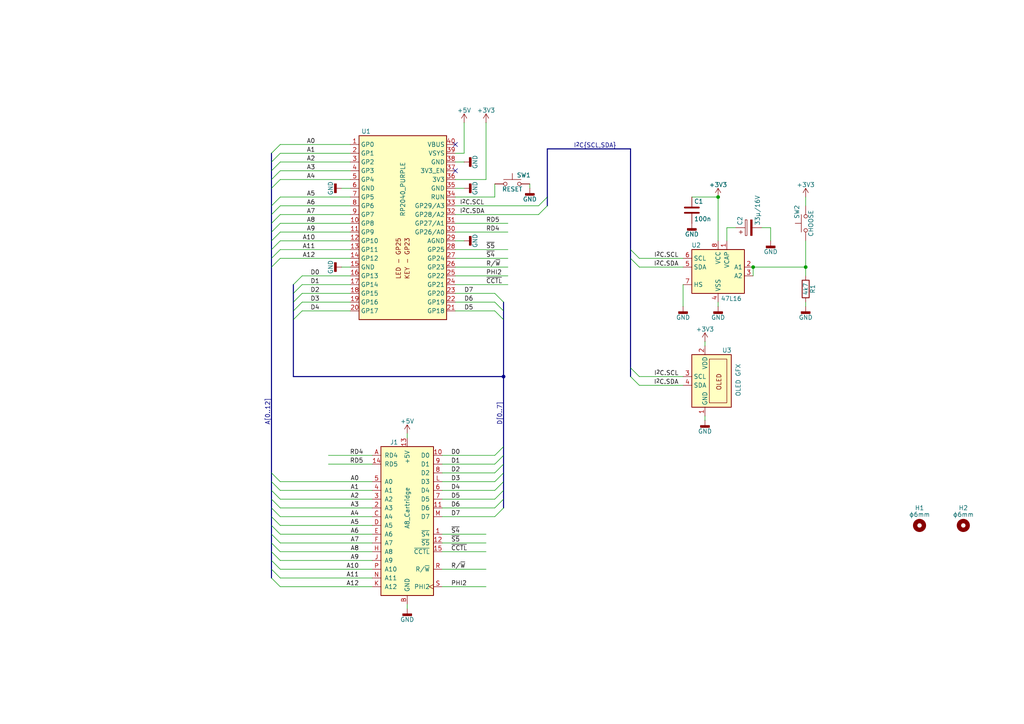
<source format=kicad_sch>
(kicad_sch (version 20231120) (generator "eeschema") (generator_version "8.0")
  (paper "A4")
  (title_block (title "A8PicoCart+") (date "2025-01-05") (rev "v1.0"))
  (lib_symbols
    (symbol "Atari:A8_Cartridge" (pin_names (offset 1.016))
      (property "Reference" "J" (at -3.81 24.13 0))
      (property "Value" "A8_Cartridge" (at 0 5.08 90))
      (symbol "A8_Cartridge_1_1"
        (rectangle (start -7.62 22.86) (end 7.62 -20.32) (stroke (width 0.254)) (fill (type background)))
        (pin output line (at 10.16 -2.54 180) (length 2.54) (name "~{S4}") (number "1"))
        (pin bidirectional line (at 10.16 20.32 180) (length 2.54) (name "D0") (number "10"))
        (pin bidirectional line (at 10.16 5.08 180) (length 2.54) (name "D6") (number "11"))
        (pin output line (at 10.16 -5.08 180) (length 2.54) (name "~{S5}") (number "12"))
        (pin passive line (at 0 25.4 270) (length 2.54) (name "+5V") (number "13"))
        (pin input line (at -10.16 17.78 0) (length 2.54) (name "RD5") (number "14"))
        (pin output line (at 10.16 -7.62 180) (length 2.54) (name "~{CCTL}") (number "15"))
        (pin output line (at -10.16 5.08 0) (length 2.54) (name "A3") (number "2"))
        (pin output line (at -10.16 7.62 0) (length 2.54) (name "A2") (number "3"))
        (pin output line (at -10.16 10.16 0) (length 2.54) (name "A1") (number "4"))
        (pin output line (at -10.16 12.7 0) (length 2.54) (name "A0") (number "5"))
        (pin bidirectional line (at 10.16 10.16 180) (length 2.54) (name "D4") (number "6"))
        (pin bidirectional line (at 10.16 7.62 180) (length 2.54) (name "D5") (number "7"))
        (pin bidirectional line (at 10.16 15.24 180) (length 2.54) (name "D2") (number "8"))
        (pin bidirectional line (at 10.16 17.78 180) (length 2.54) (name "D1") (number "9"))
        (pin input line (at -10.16 20.32 0) (length 2.54) (name "RD4") (number "A"))
        (pin passive line (at 0 -22.86 90) (length 2.54) (name "GND") (number "B"))
        (pin output line (at -10.16 2.54 0) (length 2.54) (name "A4") (number "C"))
        (pin output line (at -10.16 0 0) (length 2.54) (name "A5") (number "D"))
        (pin output line (at -10.16 -2.54 0) (length 2.54) (name "A6") (number "E"))
        (pin output line (at -10.16 -5.08 0) (length 2.54) (name "A7") (number "F"))
        (pin output line (at -10.16 -7.62 0) (length 2.54) (name "A8") (number "H"))
        (pin output line (at -10.16 -10.16 0) (length 2.54) (name "A9") (number "J"))
        (pin output line (at -10.16 -17.78 0) (length 2.54) (name "A12") (number "K"))
        (pin bidirectional line (at 10.16 12.7 180) (length 2.54) (name "D3") (number "L"))
        (pin bidirectional line (at 10.16 2.54 180) (length 2.54) (name "D7") (number "M"))
        (pin output line (at -10.16 -15.24 0) (length 2.54) (name "A11") (number "N"))
        (pin output line (at -10.16 -12.7 0) (length 2.54) (name "A10") (number "P"))
        (pin output line (at 10.16 -12.7 180) (length 2.54) (name "R/~{W}") (number "R"))
        (pin output clock (at 10.16 -17.78 180) (length 2.54) (name "PHI2") (number "S"))
      )
    )
    (symbol "Device:C" (pin_numbers hide) (pin_names (offset 0.254))
      (property "Reference" "C" (at 0.635 2.54 0))
      (property "Value" "C" (at 0.635 -2.54 0))
      (symbol "C_0_1"
        (polyline (pts (xy -2.032 -0.762) (xy 2.032 -0.762)) (stroke (width 0.508)))
        (polyline (pts (xy -2.032 0.762) (xy 2.032 0.762)) (stroke (width 0.508)))
      )
      (symbol "C_1_1"
        (pin passive line (at 0 3.81 270) (length 2.794) (name "~") (number "1"))
        (pin passive line (at 0 -3.81 90) (length 2.794) (name "~") (number "2"))
      )
    )
    (symbol "Device:C_Polarized" (pin_numbers hide) (pin_names (offset 0.254))
      (property "Reference" "C" (at 0.635 2.54 0))
      (property "Value" "C_Polarized" (at 0.635 -2.54 0))
      (symbol "C_Polarized_0_1"
        (rectangle (start -2.286 0.508) (end 2.286 1.016))
        (polyline (pts (xy -1.778 2.286) (xy -0.762 2.286)))
        (polyline (pts (xy -1.27 2.794) (xy -1.27 1.778)))
        (rectangle (start 2.286 -0.508) (end -2.286 -1.016) (fill (type outline)))
      )
      (symbol "C_Polarized_1_1"
        (pin passive line (at 0 3.81 270) (length 2.794) (name "~") (number "1"))
        (pin passive line (at 0 -3.81 90) (length 2.794) (name "~") (number "2"))
      )
    )
    (symbol "Device:R" (pin_numbers hide) (pin_names (offset 0))
      (property "Reference" "R" (at 2.032 0 90))
      (property "Value" "R" (at 0 0 90))
      (symbol "R_0_1"
        (rectangle (start -1.016 -2.54) (end 1.016 2.54) (stroke (width 0.254)))
      )
      (symbol "R_1_1"
        (pin passive line (at 0 3.81 270) (length 1.27) (name "~") (number "1"))
        (pin passive line (at 0 -3.81 90) (length 1.27) (name "~") (number "2"))
      )
    )
    (symbol "Mechanical:MountingHole" (pin_names (offset 1.016)) (exclude_from_sim yes) (in_bom no)
      (property "Reference" "H" (at 0 5.08 0))
      (property "Value" "MountingHole" (at 0 3.175 0))
      (symbol "MountingHole_0_1"
        (circle (center 0 0) (radius 1.27) (stroke (width 1.27)))
      )
    )
    (symbol "Memory_NVRAM:47L16"
      (property "Reference" "U" (at -6.35 6.35 0))
      (property "Value" "47L16" (at 7.62 6.35 0))
      (symbol "47L16_1_1"
        (rectangle (start -7.62 5.08) (end 7.62 -7.62) (stroke (width 0.254)) (fill (type background)))
        (pin power_in line (at 2.54 7.62 270) (length 2.54) (name "VCAP") (number "1"))
        (pin input line (at 10.16 0 180) (length 2.54) (name "A1") (number "2"))
        (pin input line (at 10.16 -2.54 180) (length 2.54) (name "A2") (number "3"))
        (pin power_in line (at 0 -10.16 90) (length 2.54) (name "VSS") (number "4"))
        (pin bidirectional line (at -10.16 0 0) (length 2.54) (name "SDA") (number "5"))
        (pin input line (at -10.16 2.54 0) (length 2.54) (name "SCL") (number "6"))
        (pin input line (at -10.16 -5.08 0) (length 2.54) (name "HS") (number "7"))
        (pin power_in line (at 0 7.62 270) (length 2.54) (name "VCC") (number "8"))
      )
    )
    (symbol "Switch:SW_Push" (pin_numbers hide) (pin_names (offset 1.016) hide)
      (property "Reference" "SW" (at 1.27 2.54 0))
      (property "Value" "SW_Push" (at 0 -1.524 0))
      (symbol "SW_Push_0_1"
        (circle (center -2.032 0) (radius 0.508))
        (polyline (pts (xy 0 1.27) (xy 0 3.048)))
        (polyline (pts (xy 2.54 1.27) (xy -2.54 1.27)))
        (circle (center 2.032 0) (radius 0.508))
        (pin passive line (at -5.08 0 0) (length 2.54) (name "1") (number "1"))
        (pin passive line (at 5.08 0 180) (length 2.54) (name "2") (number "2"))
      )
    )
    (symbol "attila:OLED_I2C"
      (property "Reference" "U" (at -6.35 8.89 0))
      (symbol "OLED_I2C_1_1"
        (rectangle (start -7.62 7.62) (end 3.81 -7.62) (stroke (width 0.254)) (fill (type background)))
        (rectangle (start -6.35 6.35) (end -1.27 -6.35))
        (polyline (pts (xy -1.27 5.08) (xy -1.27 5.08)) (fill (type color) (color 255 255 0 1)))
        (text "OLED" (at -4.064 -0.254 900) (effects (font (size 1.27 1.27))))
        (pin passive line (at 0 -10.16 90) (length 2.54) (name "GND") (number "1"))
        (pin passive line (at 0 10.16 270) (length 2.54) (name "VDD") (number "2"))
        (pin passive line (at 6.35 1.27 180) (length 2.54) (name "SCL") (number "3"))
        (pin passive line (at 6.35 -1.27 180) (length 2.54) (name "SDA") (number "4"))
      )
    )
    (symbol "attila:RP2040_purple_nodbg"
      (property "Reference" "U" (at -10.668 27.94 0))
      (property "Value" "RP2040_PURPLE" (at 0 11.176 90))
      (symbol "RP2040_purple_nodbg_0_0"
        (text "KEY - GP23" (at 1.27 -8.89 900) (effects (font (size 1.27 1.27))))
        (text "LED - GP25" (at -1.27 -8.89 900) (effects (font (size 1.27 1.27))))
      )
      (symbol "RP2040_purple_nodbg_1_1"
        (rectangle (start -12.7 26.67) (end 12.7 -26.67) (stroke (width 0.254)) (fill (type background)))
        (pin passive line (at -15.24 24.13 0) (length 2.54) (name "GP0") (number "1"))
        (pin passive line (at -15.24 1.27 0) (length 2.54) (name "GP8") (number "10"))
        (pin passive line (at -15.24 -1.27 0) (length 2.54) (name "GP9") (number "11"))
        (pin passive line (at -15.24 -3.81 0) (length 2.54) (name "GP10") (number "12"))
        (pin passive line (at -15.24 -6.35 0) (length 2.54) (name "GP11") (number "13"))
        (pin passive line (at -15.24 -8.89 0) (length 2.54) (name "GP12") (number "14"))
        (pin passive line (at -15.24 -11.43 0) (length 2.54) (name "GND") (number "15"))
        (pin passive line (at -15.24 -13.97 0) (length 2.54) (name "GP13") (number "16"))
        (pin passive line (at -15.24 -16.51 0) (length 2.54) (name "GP14") (number "17"))
        (pin passive line (at -15.24 -19.05 0) (length 2.54) (name "GP15") (number "18"))
        (pin passive line (at -15.24 -21.59 0) (length 2.54) (name "GP16") (number "19"))
        (pin passive line (at -15.24 21.59 0) (length 2.54) (name "GP1") (number "2"))
        (pin passive line (at -15.24 -24.13 0) (length 2.54) (name "GP17") (number "20"))
        (pin passive line (at 15.24 -24.13 180) (length 2.54) (name "GP18") (number "21"))
        (pin passive line (at 15.24 -21.59 180) (length 2.54) (name "GP19") (number "22"))
        (pin passive line (at 15.24 -19.05 180) (length 2.54) (name "GP20") (number "23"))
        (pin passive line (at 15.24 -16.51 180) (length 2.54) (name "GP21") (number "24"))
        (pin passive line (at 15.24 -13.97 180) (length 2.54) (name "GP22") (number "25"))
        (pin passive line (at 15.24 -11.43 180) (length 2.54) (name "GP23") (number "26"))
        (pin passive line (at 15.24 -8.89 180) (length 2.54) (name "GP24") (number "27"))
        (pin passive line (at 15.24 -6.35 180) (length 2.54) (name "GP25") (number "28"))
        (pin passive line (at 15.24 -3.81 180) (length 2.54) (name "AGND") (number "29"))
        (pin passive line (at -15.24 19.05 0) (length 2.54) (name "GP2") (number "3"))
        (pin passive line (at 15.24 -1.27 180) (length 2.54) (name "GP26/A0") (number "30"))
        (pin passive line (at 15.24 1.27 180) (length 2.54) (name "GP27/A1") (number "31"))
        (pin passive line (at 15.24 3.81 180) (length 2.54) (name "GP28/A2") (number "32"))
        (pin passive line (at 15.24 6.35 180) (length 2.54) (name "GP29/A3") (number "33"))
        (pin passive line (at 15.24 8.89 180) (length 2.54) (name "RUN") (number "34"))
        (pin passive line (at 15.24 11.43 180) (length 2.54) (name "GND") (number "35"))
        (pin passive line (at 15.24 13.97 180) (length 2.54) (name "3V3") (number "36"))
        (pin passive line (at 15.24 16.51 180) (length 2.54) (name "3V3_EN") (number "37"))
        (pin passive line (at 15.24 19.05 180) (length 2.54) (name "GND") (number "38"))
        (pin passive line (at 15.24 21.59 180) (length 2.54) (name "VSYS") (number "39"))
        (pin passive line (at -15.24 16.51 0) (length 2.54) (name "GP3") (number "4"))
        (pin passive line (at 15.24 24.13 180) (length 2.54) (name "VBUS") (number "40"))
        (pin passive line (at -15.24 13.97 0) (length 2.54) (name "GP4") (number "5"))
        (pin passive line (at -15.24 11.43 0) (length 2.54) (name "GND") (number "6"))
        (pin passive line (at -15.24 8.89 0) (length 2.54) (name "GP5") (number "7"))
        (pin passive line (at -15.24 6.35 0) (length 2.54) (name "GP6") (number "8"))
        (pin passive line (at -15.24 3.81 0) (length 2.54) (name "GP7") (number "9"))
      )
    )
    (symbol "power:+3V3" (power) (pin_numbers hide) (pin_names (offset 0) hide)
      (property "Value" "+3V3" (at 0 3.556 0))
      (symbol "+3V3_0_1"
        (polyline (pts (xy -0.762 1.27) (xy 0 2.54)))
        (polyline (pts (xy 0 0) (xy 0 2.54)))
        (polyline (pts (xy 0 2.54) (xy 0.762 1.27)))
      )
      (symbol "+3V3_1_1"
        (pin power_in line (at 0 0 90) (length 0) (name "~") (number "1"))
      )
    )
    (symbol "power:+5V" (power) (pin_numbers hide) (pin_names (offset 0) hide)
      (property "Value" "+5V" (at 0 3.556 0))
      (symbol "+5V_0_1"
        (polyline (pts (xy -0.762 1.27) (xy 0 2.54)))
        (polyline (pts (xy 0 0) (xy 0 2.54)))
        (polyline (pts (xy 0 2.54) (xy 0.762 1.27)))
      )
      (symbol "+5V_1_1"
        (pin power_in line (at 0 0 90) (length 0) (name "~") (number "1"))
      )
    )
    (symbol "power:GNDD" (power) (pin_numbers hide) (pin_names (offset 0) hide)
      (property "Value" "GNDD" (at 0 -3.175 0))
      (symbol "GNDD_0_1"
        (rectangle (start -1.27 -1.524) (end 1.27 -2.032) (stroke (width 0.254)) (fill (type outline)))
        (polyline (pts (xy 0 0) (xy 0 -1.524)))
      )
      (symbol "GNDD_1_1"
        (pin power_in line (at 0 0 270) (length 0) (name "~") (number "1"))
      )
    )
  )
  (junction (at 233.68 77.47))
  (junction (at 208.28 57.15))
  (junction (at 218.44 77.47))
  (junction (at 146.05 109.22))
  (no_connect (at 132.08 41.91))
  (no_connect (at 132.08 49.53))
  (bus_entry (at 182.88 106.68) (size 2.54 2.54))
  (bus_entry (at 78.74 152.4) (size 2.54 2.54))
  (bus_entry (at 143.51 142.24) (size 2.54 -2.54))
  (bus_entry (at 78.74 46.99) (size 2.54 -2.54))
  (bus_entry (at 85.09 85.09) (size 2.54 -2.54))
  (bus_entry (at 143.51 134.62) (size 2.54 -2.54))
  (bus_entry (at 78.74 160.02) (size 2.54 2.54))
  (bus_entry (at 78.74 139.7) (size 2.54 2.54))
  (bus_entry (at 85.09 82.55) (size 2.54 -2.54))
  (bus_entry (at 78.74 49.53) (size 2.54 -2.54))
  (bus_entry (at 143.51 132.08) (size 2.54 -2.54))
  (bus_entry (at 78.74 72.39) (size 2.54 -2.54))
  (bus_entry (at 78.74 64.77) (size 2.54 -2.54))
  (bus_entry (at 78.74 67.31) (size 2.54 -2.54))
  (bus_entry (at 78.74 144.78) (size 2.54 2.54))
  (bus_entry (at 158.75 57.15) (size -2.54 2.54))
  (bus_entry (at 78.74 154.94) (size 2.54 2.54))
  (bus_entry (at 85.09 90.17) (size 2.54 -2.54))
  (bus_entry (at 146.05 92.71) (size -2.54 -2.54))
  (bus_entry (at 78.74 137.16) (size 2.54 2.54))
  (bus_entry (at 78.74 157.48) (size 2.54 2.54))
  (bus_entry (at 78.74 142.24) (size 2.54 2.54))
  (bus_entry (at 85.09 87.63) (size 2.54 -2.54))
  (bus_entry (at 78.74 162.56) (size 2.54 2.54))
  (bus_entry (at 78.74 147.32) (size 2.54 2.54))
  (bus_entry (at 78.74 149.86) (size 2.54 2.54))
  (bus_entry (at 146.05 87.63) (size -2.54 -2.54))
  (bus_entry (at 78.74 165.1) (size 2.54 2.54))
  (bus_entry (at 158.75 59.69) (size -2.54 2.54))
  (bus_entry (at 143.51 149.86) (size 2.54 -2.54))
  (bus_entry (at 78.74 167.64) (size 2.54 2.54))
  (bus_entry (at 78.74 69.85) (size 2.54 -2.54))
  (bus_entry (at 78.74 77.47) (size 2.54 -2.54))
  (bus_entry (at 143.51 137.16) (size 2.54 -2.54))
  (bus_entry (at 78.74 62.23) (size 2.54 -2.54))
  (bus_entry (at 182.88 72.39) (size 2.54 2.54))
  (bus_entry (at 78.74 74.93) (size 2.54 -2.54))
  (bus_entry (at 78.74 52.07) (size 2.54 -2.54))
  (bus_entry (at 143.51 139.7) (size 2.54 -2.54))
  (bus_entry (at 78.74 54.61) (size 2.54 -2.54))
  (bus_entry (at 78.74 44.45) (size 2.54 -2.54))
  (bus_entry (at 182.88 109.22) (size 2.54 2.54))
  (bus_entry (at 146.05 90.17) (size -2.54 -2.54))
  (bus_entry (at 143.51 144.78) (size 2.54 -2.54))
  (bus_entry (at 143.51 147.32) (size 2.54 -2.54))
  (bus_entry (at 78.74 59.69) (size 2.54 -2.54))
  (bus_entry (at 85.09 92.71) (size 2.54 -2.54))
  (bus_entry (at 182.88 74.93) (size 2.54 2.54))
  (wire (pts (xy 233.68 77.47) (xy 218.44 77.47)))
  (bus (pts (xy 182.88 106.68) (xy 182.88 109.22)))
  (wire (pts (xy 143.51 57.15) (xy 132.08 57.15)))
  (bus (pts (xy 158.75 57.15) (xy 158.75 59.69)))
  (bus (pts (xy 146.05 142.24) (xy 146.05 144.78)))
  (wire (pts (xy 185.42 111.76) (xy 198.12 111.76)))
  (bus (pts (xy 78.74 77.47) (xy 78.74 137.16)))
  (wire (pts (xy 132.08 46.99) (xy 134.62 46.99)))
  (bus (pts (xy 85.09 92.71) (xy 85.09 109.22)))
  (wire (pts (xy 128.27 170.18) (xy 140.97 170.18)))
  (wire (pts (xy 81.28 154.94) (xy 107.95 154.94)))
  (wire (pts (xy 233.68 69.85) (xy 233.68 77.47)))
  (wire (pts (xy 87.63 90.17) (xy 101.6 90.17)))
  (wire (pts (xy 134.62 35.56) (xy 134.62 44.45)))
  (wire (pts (xy 81.28 57.15) (xy 101.6 57.15)))
  (wire (pts (xy 223.52 66.04) (xy 223.52 69.85)))
  (wire (pts (xy 153.67 53.34) (xy 153.67 54.61)))
  (wire (pts (xy 204.47 99.06) (xy 204.47 100.33)))
  (wire (pts (xy 233.68 57.15) (xy 233.68 59.69)))
  (wire (pts (xy 87.63 80.01) (xy 101.6 80.01)))
  (wire (pts (xy 81.28 162.56) (xy 107.95 162.56)))
  (bus (pts (xy 78.74 64.77) (xy 78.74 67.31)))
  (wire (pts (xy 132.08 87.63) (xy 143.51 87.63)))
  (wire (pts (xy 128.27 132.08) (xy 143.51 132.08)))
  (bus (pts (xy 78.74 62.23) (xy 78.74 64.77)))
  (bus (pts (xy 78.74 52.07) (xy 78.74 54.61)))
  (wire (pts (xy 81.28 59.69) (xy 101.6 59.69)))
  (wire (pts (xy 185.42 74.93) (xy 198.12 74.93)))
  (bus (pts (xy 146.05 109.22) (xy 146.05 129.54)))
  (wire (pts (xy 208.28 87.63) (xy 208.28 88.9)))
  (bus (pts (xy 146.05 92.71) (xy 146.05 109.22)))
  (wire (pts (xy 81.28 46.99) (xy 101.6 46.99)))
  (bus (pts (xy 85.09 82.55) (xy 85.09 85.09)))
  (bus (pts (xy 146.05 144.78) (xy 146.05 147.32)))
  (bus (pts (xy 146.05 87.63) (xy 146.05 90.17)))
  (bus (pts (xy 146.05 132.08) (xy 146.05 134.62)))
  (bus (pts (xy 146.05 139.7) (xy 146.05 142.24)))
  (wire (pts (xy 128.27 157.48) (xy 140.97 157.48)))
  (wire (pts (xy 143.51 53.34) (xy 143.51 57.15)))
  (bus (pts (xy 146.05 90.17) (xy 146.05 92.71)))
  (wire (pts (xy 132.08 69.85) (xy 134.62 69.85)))
  (wire (pts (xy 81.28 170.18) (xy 107.95 170.18)))
  (wire (pts (xy 132.08 59.69) (xy 156.21 59.69)))
  (wire (pts (xy 233.68 77.47) (xy 233.68 80.01)))
  (wire (pts (xy 185.42 77.47) (xy 198.12 77.47)))
  (wire (pts (xy 140.97 35.56) (xy 140.97 52.07)))
  (wire (pts (xy 81.28 147.32) (xy 107.95 147.32)))
  (wire (pts (xy 81.28 165.1) (xy 107.95 165.1)))
  (wire (pts (xy 210.82 66.04) (xy 210.82 69.85)))
  (wire (pts (xy 140.97 52.07) (xy 132.08 52.07)))
  (wire (pts (xy 185.42 109.22) (xy 198.12 109.22)))
  (wire (pts (xy 81.28 144.78) (xy 107.95 144.78)))
  (wire (pts (xy 132.08 90.17) (xy 143.51 90.17)))
  (bus (pts (xy 78.74 142.24) (xy 78.74 144.78)))
  (wire (pts (xy 198.12 82.55) (xy 198.12 88.9)))
  (wire (pts (xy 81.28 152.4) (xy 107.95 152.4)))
  (wire (pts (xy 95.25 132.08) (xy 107.95 132.08)))
  (wire (pts (xy 128.27 144.78) (xy 143.51 144.78)))
  (wire (pts (xy 128.27 147.32) (xy 143.51 147.32)))
  (wire (pts (xy 132.08 80.01) (xy 147.32 80.01)))
  (wire (pts (xy 118.11 125.73) (xy 118.11 127)))
  (wire (pts (xy 87.63 85.09) (xy 101.6 85.09)))
  (wire (pts (xy 132.08 44.45) (xy 134.62 44.45)))
  (bus (pts (xy 146.05 129.54) (xy 146.05 132.08)))
  (wire (pts (xy 208.28 57.15) (xy 208.28 69.85)))
  (wire (pts (xy 81.28 72.39) (xy 101.6 72.39)))
  (wire (pts (xy 128.27 165.1) (xy 140.97 165.1)))
  (bus (pts (xy 78.74 72.39) (xy 78.74 74.93)))
  (bus (pts (xy 182.88 72.39) (xy 182.88 74.93)))
  (wire (pts (xy 200.66 57.15) (xy 208.28 57.15)))
  (bus (pts (xy 78.74 152.4) (xy 78.74 154.94)))
  (bus (pts (xy 146.05 134.62) (xy 146.05 137.16)))
  (bus (pts (xy 78.74 49.53) (xy 78.74 52.07)))
  (bus (pts (xy 78.74 157.48) (xy 78.74 160.02)))
  (wire (pts (xy 128.27 139.7) (xy 143.51 139.7)))
  (bus (pts (xy 78.74 144.78) (xy 78.74 147.32)))
  (wire (pts (xy 128.27 160.02) (xy 140.97 160.02)))
  (wire (pts (xy 81.28 149.86) (xy 107.95 149.86)))
  (wire (pts (xy 132.08 85.09) (xy 143.51 85.09)))
  (wire (pts (xy 233.68 87.63) (xy 233.68 88.9)))
  (wire (pts (xy 204.47 121.92) (xy 204.47 120.65)))
  (bus (pts (xy 78.74 67.31) (xy 78.74 69.85)))
  (bus (pts (xy 158.75 43.18) (xy 182.88 43.18)))
  (wire (pts (xy 220.98 66.04) (xy 223.52 66.04)))
  (wire (pts (xy 132.08 77.47) (xy 147.32 77.47)))
  (bus (pts (xy 182.88 74.93) (xy 182.88 106.68)))
  (bus (pts (xy 78.74 74.93) (xy 78.74 77.47)))
  (wire (pts (xy 128.27 142.24) (xy 143.51 142.24)))
  (wire (pts (xy 132.08 72.39) (xy 147.32 72.39)))
  (wire (pts (xy 81.28 157.48) (xy 107.95 157.48)))
  (wire (pts (xy 132.08 54.61) (xy 134.62 54.61)))
  (wire (pts (xy 128.27 154.94) (xy 140.97 154.94)))
  (wire (pts (xy 81.28 69.85) (xy 101.6 69.85)))
  (bus (pts (xy 78.74 154.94) (xy 78.74 157.48)))
  (bus (pts (xy 85.09 90.17) (xy 85.09 92.71)))
  (wire (pts (xy 128.27 149.86) (xy 143.51 149.86)))
  (wire (pts (xy 132.08 74.93) (xy 147.32 74.93)))
  (bus (pts (xy 158.75 43.18) (xy 158.75 57.15)))
  (wire (pts (xy 81.28 160.02) (xy 107.95 160.02)))
  (wire (pts (xy 87.63 82.55) (xy 101.6 82.55)))
  (wire (pts (xy 81.28 41.91) (xy 101.6 41.91)))
  (bus (pts (xy 146.05 137.16) (xy 146.05 139.7)))
  (bus (pts (xy 78.74 59.69) (xy 78.74 62.23)))
  (bus (pts (xy 78.74 137.16) (xy 78.74 139.7)))
  (bus (pts (xy 182.88 43.18) (xy 182.88 72.39)))
  (wire (pts (xy 128.27 137.16) (xy 143.51 137.16)))
  (wire (pts (xy 213.36 66.04) (xy 210.82 66.04)))
  (wire (pts (xy 132.08 64.77) (xy 147.32 64.77)))
  (bus (pts (xy 78.74 160.02) (xy 78.74 162.56)))
  (wire (pts (xy 87.63 87.63) (xy 101.6 87.63)))
  (wire (pts (xy 118.11 175.26) (xy 118.11 176.53)))
  (wire (pts (xy 218.44 77.47) (xy 218.44 80.01)))
  (wire (pts (xy 132.08 62.23) (xy 156.21 62.23)))
  (bus (pts (xy 78.74 147.32) (xy 78.74 149.86)))
  (wire (pts (xy 101.6 77.47) (xy 99.06 77.47)))
  (bus (pts (xy 78.74 165.1) (xy 78.74 167.64)))
  (wire (pts (xy 81.28 44.45) (xy 101.6 44.45)))
  (wire (pts (xy 101.6 54.61) (xy 99.06 54.61)))
  (bus (pts (xy 78.74 54.61) (xy 78.74 59.69)))
  (wire (pts (xy 81.28 139.7) (xy 107.95 139.7)))
  (wire (pts (xy 81.28 74.93) (xy 101.6 74.93)))
  (wire (pts (xy 81.28 49.53) (xy 101.6 49.53)))
  (wire (pts (xy 81.28 64.77) (xy 101.6 64.77)))
  (bus (pts (xy 78.74 139.7) (xy 78.74 142.24)))
  (wire (pts (xy 95.25 134.62) (xy 107.95 134.62)))
  (wire (pts (xy 81.28 67.31) (xy 101.6 67.31)))
  (wire (pts (xy 81.28 62.23) (xy 101.6 62.23)))
  (bus (pts (xy 78.74 46.99) (xy 78.74 49.53)))
  (wire (pts (xy 128.27 134.62) (xy 143.51 134.62)))
  (bus (pts (xy 85.09 109.22) (xy 146.05 109.22)))
  (bus (pts (xy 85.09 85.09) (xy 85.09 87.63)))
  (wire (pts (xy 132.08 82.55) (xy 147.32 82.55)))
  (bus (pts (xy 78.74 44.45) (xy 78.74 46.99)))
  (bus (pts (xy 85.09 87.63) (xy 85.09 90.17)))
  (wire (pts (xy 81.28 142.24) (xy 107.95 142.24)))
  (wire (pts (xy 81.28 52.07) (xy 101.6 52.07)))
  (wire (pts (xy 132.08 67.31) (xy 147.32 67.31)))
  (bus (pts (xy 78.74 162.56) (xy 78.74 165.1)))
  (bus (pts (xy 78.74 149.86) (xy 78.74 152.4)))
  (bus (pts (xy 78.74 69.85) (xy 78.74 72.39)))
  (wire (pts (xy 81.28 167.64) (xy 107.95 167.64)))
  (label "A9" (at 91.44 67.31 180))
  (label "D2" (at 130.81 137.16 0))
  (label "A5" (at 91.44 57.15 180))
  (label "I^{2}C{SCL,SDA}" (at 166.37 43.18 0))
  (label "A2" (at 104.14 144.78 180))
  (label "D5" (at 134.62 90.17 0))
  (label "D1" (at 92.71 82.55 180))
  (label "A0" (at 104.14 139.7 180))
  (label "D7" (at 134.62 85.09 0))
  (label "PHI2" (at 130.81 170.18 0))
  (label "A12" (at 104.14 170.18 180))
  (label "A3" (at 91.44 49.53 180))
  (label "D4" (at 130.81 142.24 0))
  (label "D0" (at 92.71 80.01 180))
  (label "I^{2}C.SDA" (at 196.85 111.76 180))
  (label "~{CCTL}" (at 130.81 160.02 0))
  (label "A8" (at 104.14 160.02 180))
  (label "~{CCTL}" (at 140.97 82.55 0))
  (label "~{S4}" (at 140.97 74.93 0))
  (label "I^{2}C.SCL" (at 196.85 109.22 180))
  (label "A2" (at 91.44 46.99 180))
  (label "D4" (at 92.71 90.17 180))
  (label "A10" (at 91.44 69.85 180))
  (label "RD5" (at 140.97 64.77 0))
  (label "A3" (at 104.14 147.32 180))
  (label "A12" (at 91.44 74.93 180))
  (label "A0" (at 91.44 41.91 180))
  (label "D3" (at 130.81 139.7 0))
  (label "D3" (at 92.71 87.63 180))
  (label "D6" (at 134.62 87.63 0))
  (label "A11" (at 104.14 167.64 180))
  (label "RD4" (at 105.41 132.08 180))
  (label "~{S4}" (at 130.81 154.94 0))
  (label "A10" (at 104.14 165.1 180))
  (label "I^{2}C.SDA" (at 133.35 62.23 0))
  (label "A6" (at 104.14 154.94 180))
  (label "A7" (at 91.44 62.23 180))
  (label "D5" (at 130.81 144.78 0))
  (label "A8" (at 91.44 64.77 180))
  (label "A9" (at 104.14 162.56 180))
  (label "I^{2}C.SCL" (at 196.85 74.93 180))
  (label "D0" (at 130.81 132.08 0))
  (label "D[0..7]" (at 146.05 123.19 90))
  (label "PHI2" (at 140.97 80.01 0))
  (label "R{slash}~{W}" (at 130.81 165.1 0))
  (label "A[0..12]" (at 78.74 123.19 90))
  (label "A11" (at 91.44 72.39 180))
  (label "RD5" (at 105.41 134.62 180))
  (label "I^{2}C.SDA" (at 196.85 77.47 180))
  (label "A4" (at 104.14 149.86 180))
  (label "A1" (at 91.44 44.45 180))
  (label "A5" (at 104.14 152.4 180))
  (label "A6" (at 91.44 59.69 180))
  (label "A4" (at 91.44 52.07 180))
  (label "R{slash}~{W}" (at 140.97 77.47 0))
  (label "~{S5}" (at 140.97 72.39 0))
  (label "RD4" (at 140.97 67.31 0))
  (label "A1" (at 104.14 142.24 180))
  (label "A7" (at 104.14 157.48 180))
  (label "D1" (at 130.81 134.62 0))
  (label "D7" (at 130.81 149.86 0))
  (label "~{S5}" (at 130.81 157.48 0))
  (label "D6" (at 130.81 147.32 0))
  (label "I^{2}C.SCL" (at 133.35 59.69 0))
  (label "D2" (at 92.71 85.09 180))
  (symbol (lib_id "power:GNDD") (at 204.47 121.92 0) (unit 1)
    (property "Reference" "#PWR017" (effects (hide yes)))
    (property "Value" "GND" (at 204.47 125.095 0))
    (property "Description" "Power symbol creates a global label with name \"GNDD\" , digital ground" (effects (hide yes)))
  )
  (symbol (lib_id "power:GNDD") (at 198.12 88.9 0) (unit 1)
    (property "Reference" "#PWR013" (effects (hide yes)))
    (property "Value" "GND" (at 198.12 92.075 0))
    (property "Description" "Power symbol creates a global label with name \"GNDD\" , digital ground" (effects (hide yes)))
  )
  (symbol (lib_id "power:GNDD") (at 99.06 77.47 270) (mirror x) (unit 1)
    (property "Reference" "#PWR012" (effects (hide yes)))
    (property "Value" "GND" (at 95.885 77.47 0))
    (property "Description" "Power symbol creates a global label with name \"GNDD\" , digital ground" (effects (hide yes)))
  )
  (symbol (lib_id "Atari:A8_Cartridge") (at 118.11 152.4 0) (unit 1)
    (property "Reference" "J1" (at 114.3 128.27 0))
    (property "Value" "A8_Cartridge" (at 118.11 147.32 90))
    (property "Footprint" "Atari:Cartridge_A8" (effects (hide yes)))
    (property "Datasheet" "http://mixinc.net/atari/pinouts/cartxle.htm" (effects (hide yes)))
    (property "Description" "Atari 8bit cartridge edge connector" (effects (hide yes)))
  )
  (symbol (lib_id "power:GNDD") (at 223.52 69.85 0) (unit 1)
    (property "Reference" "#PWR011" (effects (hide yes)))
    (property "Value" "GND" (at 223.52 73.025 0))
    (property "Description" "Power symbol creates a global label with name \"GNDD\" , digital ground" (effects (hide yes)))
  )
  (symbol (lib_id "power:GNDD") (at 134.62 46.99 90) (unit 1)
    (property "Reference" "#PWR03" (effects (hide yes)))
    (property "Value" "GND" (at 137.795 46.99 0))
    (property "Description" "Power symbol creates a global label with name \"GNDD\" , digital ground" (effects (hide yes)))
  )
  (symbol (lib_id "Switch:SW_Push") (at 233.68 64.77 90) (unit 1)
    (property "Reference" "SW2" (at 231.14 63.5 0) (effects (justify left)))
    (property "Value" "CHOOSE" (at 235.204 64.77 0))
    (property "Footprint" "Button_Switch_THT:SW_PUSH_6mm_H8mm" (effects (hide yes)))
    (property "Description" "Push button switch, generic, two pins" (effects (hide yes)))
  )
  (symbol (lib_id "power:+5V") (at 118.11 125.73 0) (unit 1)
    (property "Reference" "#PWR018" (effects (hide yes)))
    (property "Value" "+5V" (at 118.11 122.174 0))
    (property "Description" "Power symbol creates a global label with name \"+5V\"" (effects (hide yes)))
  )
  (symbol (lib_id "Device:C") (at 200.66 60.96 0) (unit 1)
    (property "Reference" "C1" (at 201.295 58.42 0) (effects (justify left)))
    (property "Value" "100n" (at 201.295 63.5 0) (effects (justify left)))
    (property "Footprint" "Capacitor_SMD:C_0805_2012Metric_Pad1.18x1.45mm_HandSolder" (effects (hide yes)))
    (property "Description" "Unpolarized capacitor" (effects (hide yes)))
  )
  (symbol (lib_id "power:+5V") (at 134.62 35.56 0) (unit 1)
    (property "Reference" "#PWR01" (effects (hide yes)))
    (property "Value" "+5V" (at 134.62 32.004 0))
    (property "Description" "Power symbol creates a global label with name \"+5V\"" (effects (hide yes)))
  )
  (symbol (lib_id "power:GNDD") (at 153.67 54.61 0) (unit 1)
    (property "Reference" "#PWR06" (effects (hide yes)))
    (property "Value" "GND" (at 153.67 57.785 0))
    (property "Description" "Power symbol creates a global label with name \"GNDD\" , digital ground" (effects (hide yes)))
  )
  (symbol (lib_id "Mechanical:MountingHole") (at 279.4 152.4 0) (unit 1) (exclude_from_sim yes) (in_bom no)
    (property "Reference" "H2" (at 279.4 147.32 0))
    (property "Value" "ϕ6mm" (at 279.4 149.225 0))
    (property "Footprint" "MountingHole:MountingHole_6mm" (effects (hide yes)))
    (property "Description" "Mounting Hole without connection" (effects (hide yes)))
  )
  (symbol (lib_id "power:+3V3") (at 233.68 57.15 0) (unit 1)
    (property "Reference" "#PWR08" (effects (hide yes)))
    (property "Value" "+3V3" (at 233.68 53.594 0))
    (property "Description" "Power symbol creates a global label with name \"+3V3\"" (effects (hide yes)))
  )
  (symbol (lib_id "Mechanical:MountingHole") (at 266.7 152.4 0) (unit 1) (exclude_from_sim yes) (in_bom no)
    (property "Reference" "H1" (at 266.7 147.32 0))
    (property "Value" "ϕ6mm" (at 266.7 149.225 0))
    (property "Footprint" "MountingHole:MountingHole_6mm" (effects (hide yes)))
    (property "Description" "Mounting Hole without connection" (effects (hide yes)))
  )
  (symbol (lib_id "power:GNDD") (at 99.06 54.61 270) (mirror x) (unit 1)
    (property "Reference" "#PWR04" (effects (hide yes)))
    (property "Value" "GND" (at 95.885 54.61 0))
    (property "Description" "Power symbol creates a global label with name \"GNDD\" , digital ground" (effects (hide yes)))
  )
  (symbol (lib_id "attila:OLED_I2C") (at 204.47 110.49 0) (mirror y) (unit 1)
    (property "Reference" "U3" (at 210.82 101.6 0))
    (property "Value" "OLED GFX" (at 214.122 110.236 90))
    (property "Footprint" "Connector_JST:JST_XH_B4B-XH-A_1x04_P2.50mm_Vertical" (effects (hide yes)))
    (property "Description" "OLED Graphics display 0.96 I2C 128x64" (effects (hide yes)))
  )
  (symbol (lib_id "power:+3V3") (at 204.47 99.06 0) (unit 1)
    (property "Reference" "#PWR016" (effects (hide yes)))
    (property "Value" "+3V3" (at 204.47 95.504 0))
    (property "Description" "Power symbol creates a global label with name \"+3V3\"" (effects (hide yes)))
  )
  (symbol (lib_id "Switch:SW_Push") (at 148.59 53.34 0) (unit 1)
    (property "Reference" "SW1" (at 149.86 50.8 0) (effects (justify left)))
    (property "Value" "RESET" (at 148.59 54.864 0))
    (property "Footprint" "Button_Switch_THT:SW_PUSH_6mm_H8mm" (effects (hide yes)))
    (property "Description" "Push button switch, generic, two pins" (effects (hide yes)))
  )
  (symbol (lib_id "attila:RP2040_purple_nodbg") (at 116.84 66.04 0) (unit 1)
    (property "Reference" "U1" (at 106.172 38.1 0))
    (property "Value" "RP2040_PURPLE" (at 116.84 54.864 90))
    (property "Footprint" "Attila:RP2040_purple_nodbg" (effects (hide yes)))
    (property "Description" "RP2040 pico purple clone" (effects (hide yes)))
  )
  (symbol (lib_id "Memory_NVRAM:47L16") (at 208.28 77.47 0) (unit 1)
    (property "Reference" "U2" (at 201.93 71.12 0))
    (property "Value" "47L16" (at 212.09 86.614 0))
    (property "Footprint" "Package_SO:SOIC-8_3.9x4.9mm_P1.27mm" (effects (hide yes)))
    (property "Datasheet" "http://ww1.microchip.com/downloads/en/DeviceDoc/20005371C.pdf" (effects (hide yes)))
    (property "Description" "16kbit I2C serial EERAM, SRAM with EEPROM backup, 2.7-3.6V, DIP-8/SOIC-8/TSSOP-8" (effects (hide yes)))
  )
  (symbol (lib_id "power:GNDD") (at 134.62 69.85 90) (unit 1)
    (property "Reference" "#PWR010" (effects (hide yes)))
    (property "Value" "GND" (at 137.795 69.85 0))
    (property "Description" "Power symbol creates a global label with name \"GNDD\" , digital ground" (effects (hide yes)))
  )
  (symbol (lib_id "power:+3V3") (at 208.28 57.15 0) (unit 1)
    (property "Reference" "#PWR07" (effects (hide yes)))
    (property "Value" "+3V3" (at 208.28 53.594 0))
    (property "Description" "Power symbol creates a global label with name \"+3V3\"" (effects (hide yes)))
  )
  (symbol (lib_id "power:GNDD") (at 233.68 88.9 0) (unit 1)
    (property "Reference" "#PWR015" (effects (hide yes)))
    (property "Value" "GND" (at 233.68 92.075 0))
    (property "Description" "Power symbol creates a global label with name \"GNDD\" , digital ground" (effects (hide yes)))
  )
  (symbol (lib_id "power:GNDD") (at 200.66 64.77 0) (unit 1)
    (property "Reference" "#PWR09" (effects (hide yes)))
    (property "Value" "GND" (at 200.66 67.945 0))
    (property "Description" "Power symbol creates a global label with name \"GNDD\" , digital ground" (effects (hide yes)))
  )
  (symbol (lib_id "Device:C_Polarized") (at 217.17 66.04 90) (unit 1)
    (property "Reference" "C2" (at 214.63 65.405 0) (effects (justify left)))
    (property "Value" "33µ/16V" (at 219.71 65.405 0) (effects (justify left)))
    (property "Footprint" "Capacitor_THT:CP_Radial_D4.0mm_P2.00mm" (effects (hide yes)))
    (property "Description" "Polarized capacitor" (effects (hide yes)))
  )
  (symbol (lib_id "Device:R") (at 233.68 83.82 0) (unit 1)
    (property "Reference" "R1" (at 235.712 83.82 90))
    (property "Value" "4k7" (at 233.68 83.82 90))
    (property "Footprint" "Resistor_SMD:R_0805_2012Metric_Pad1.20x1.40mm_HandSolder" (effects (hide yes)))
    (property "Description" "Resistor" (effects (hide yes)))
  )
  (symbol (lib_id "power:+3V3") (at 140.97 35.56 0) (unit 1)
    (property "Reference" "#PWR02" (effects (hide yes)))
    (property "Value" "+3V3" (at 140.97 32.004 0))
    (property "Description" "Power symbol creates a global label with name \"+3V3\"" (effects (hide yes)))
  )
  (symbol (lib_id "power:GNDD") (at 208.28 88.9 0) (unit 1)
    (property "Reference" "#PWR014" (effects (hide yes)))
    (property "Value" "GND" (at 208.28 92.075 0))
    (property "Description" "Power symbol creates a global label with name \"GNDD\" , digital ground" (effects (hide yes)))
  )
  (symbol (lib_id "power:GNDD") (at 118.11 176.53 0) (unit 1)
    (property "Reference" "#PWR019" (effects (hide yes)))
    (property "Value" "GND" (at 118.11 179.705 0))
    (property "Description" "Power symbol creates a global label with name \"GNDD\" , digital ground" (effects (hide yes)))
  )
  (symbol (lib_id "power:GNDD") (at 134.62 54.61 90) (unit 1)
    (property "Reference" "#PWR05" (effects (hide yes)))
    (property "Value" "GND" (at 137.795 54.61 0))
    (property "Description" "Power symbol creates a global label with name \"GNDD\" , digital ground" (effects (hide yes)))
  )
)
</source>
